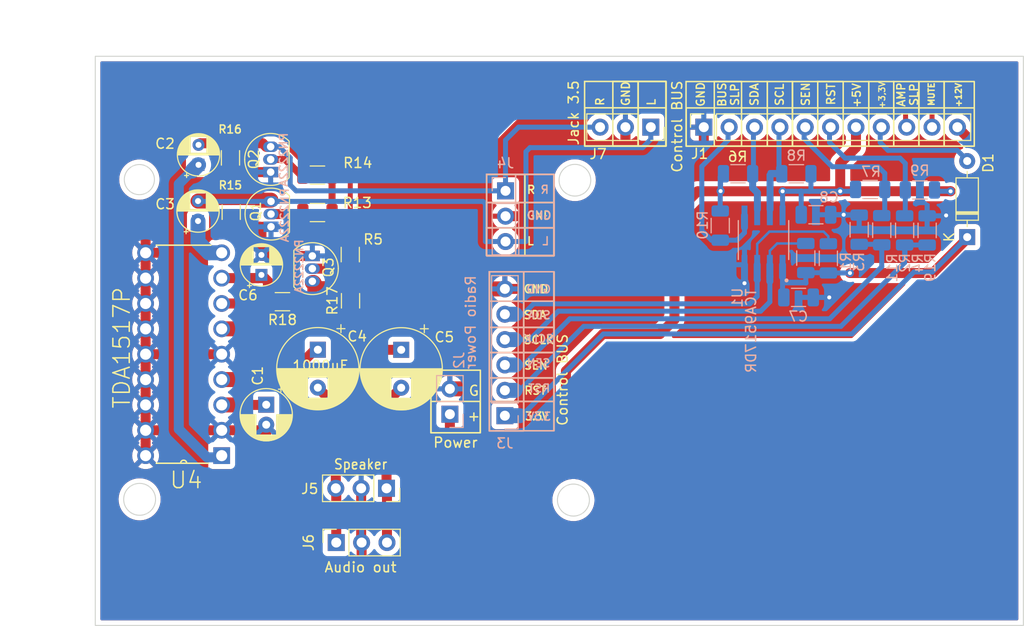
<source format=kicad_pcb>
(kicad_pcb (version 20211014) (generator pcbnew)
  (layers (0 "F.Cu" signal) (31 "B.Cu" signal) (34 "B.Paste" user) (35 "F.Paste" user) (36 "B.SilkS" user "B.Silkscreen") (37 "F.SilkS" user "F.Silkscreen") (38 "B.Mask" user) (39 "F.Mask" user) (44 "Edge.Cuts" user))
  (net 0 "")
  (net 1 "Net-(C1-Pad1)")
  (net 2 "Net-(C5-Pad1)")
  (net 3 "Net-(C4-Pad1)")
  (net 4 "Net-(C2-Pad1)")
  (net 5 "Net-(C5-Pad2)")
  (net 6 "A_SDA")
  (net 7 "A_SCL")
  (net 8 "GND")
  (net 9 "S_SDIO(SDA)")
  (net 10 "S_SCLK(SCL)")
  (net 11 "3.3V")
  (net 12 "A_RST")
  (net 13 "A_SEN")
  (net 14 "S_SEN")
  (net 15 "S_RST")
  (net 16 "Net-(Q1-Pad2)")
  (net 17 "Net-(C4-Pad2)")
  (net 18 "D28")
  (net 19 "Net-(C3-Pad1)")
  (net 20 "Net-(Q3-Pad2)")
  (net 21 "Net-(Q3-Pad3)")
  (net 22 "Sleep")
  (net 23 "Left_Pre")
  (net 24 "Right_Pre")
  (net 25 "Net-(C6-Pad1)")
  (net 26 "Net-(Q2-Pad2)")
  (net 27 "Mute")
  (net 28 "5V")
  (net 29 "Net-(D1-Pad2)")
  (net 30 "12V")
  (footprint "Resistor_SMD:R_1206_3216Metric" (layer "F.Cu") (at 40.4575 41.58 180)
    (fp_text reference "R18")
    (fp_text value "4.7k")
  )
  (footprint "Connector_PinSocket_2.54mm:PinSocket_1x03_P2.54mm_Vertical" (layer "F.Cu") (at 45.845 65.705 90)
    (fp_text reference "J6")
    (fp_text value "Audio out")
  )
  (footprint "Package_TO_SOT_THT:TO-92_Inline" (layer "F.Cu") (at 43.45 36.9976 -90)
    (fp_text reference "Q3")
    (fp_text value "PN2222A")
  )
  (footprint "Resistor_SMD:R_1206_3216Metric" (layer "F.Cu") (at 47.275 41.4875 90)
    (fp_text reference "R17")
    (fp_text value "4.7k")
  )
  (footprint "Connector_PinSocket_2.54mm:PinSocket_1x11_P2.54mm_Vertical" (layer "F.Cu") (at 82.66 24.1 90)
    (fp_text reference "J1")
    (fp_text value "Control BUS")
  )
  (footprint "Connector_PinSocket_2.54mm:PinSocket_1x03_P2.54mm_Vertical" (layer "F.Cu") (at 77.35 24.1 -90)
    (fp_text reference "J7")
    (fp_text value "Jack 3.5")
  )
  (footprint "Diode_THT:D_DO-35_SOD27_P7.62mm_Horizontal" (layer "F.Cu") (at 109.04 35.11 90)
    (fp_text reference "D1")
    (fp_text value "1N914")
  )
  (footprint "Capacitor_THT:CP_Radial_D4.0mm_P2.00mm" (layer "F.Cu") (at 38.35 38.8976 90)
    (fp_text reference "C6")
    (fp_text value "0.2uF")
  )
  (footprint "Capacitor_THT:CP_Radial_D5.0mm_P2.00mm" (layer "F.Cu") (at 38.83 51.9 -90)
    (fp_text reference "C1")
    (fp_text value "100uF")
  )
  (footprint "Capacitor_THT:CP_Radial_D4.0mm_P2.00mm" (layer "F.Cu") (at 32.05 27.8726 90)
    (fp_text reference "C2")
    (fp_text value "0.2uF")
  )
  (footprint "Package_TO_SOT_THT:TO-92_Inline" (layer "F.Cu") (at 39.275 28.6 90)
    (fp_text reference "Q2")
    (fp_text value "PN2222A")
  )
  (footprint "Resistor_SMD:R_1206_3216Metric" (layer "F.Cu") (at 35.25 27.175 -90)
    (fp_text reference "R16")
    (fp_text value "100k")
  )
  (footprint "Capacitor_THT:CP_Radial_D4.0mm_P2.00mm" (layer "F.Cu") (at 32 33.5 90)
    (fp_text reference "C3")
    (fp_text value "0.2uF")
  )
  (footprint "TDA1517:DIP254P762X470-18" (layer "F.Cu") (at 26.75 36.68 180)
    (fp_text reference "U4")
    (fp_text value "TDA1517P")
  )
  (footprint "Capacitor_THT:CP_Radial_D8.0mm_P3.80mm" (layer "F.Cu") (at 52.35 46.4 -90)
    (fp_text reference "C5")
    (fp_text value "1000uF")
  )
  (footprint "Connector_PinSocket_2.54mm:PinSocket_1x03_P2.54mm_Vertical" (layer "F.Cu") (at 50.88 60.27 -90)
    (fp_text reference "J5")
    (fp_text value "Speaker")
  )
  (footprint "Resistor_SMD:R_1206_3216Metric" (layer "F.Cu") (at 43.9625 28.9 180)
    (fp_text reference "R14")
    (fp_text value "4.7k")
  )
  (footprint "Capacitor_THT:CP_Radial_D8.0mm_P3.80mm" (layer "F.Cu") (at 44 46.39 -90)
    (fp_text reference "C4")
    (fp_text value "1000uF")
  )
  (footprint "Resistor_SMD:R_1206_3216Metric" (layer "F.Cu") (at 43.9625 32.65 180)
    (fp_text reference "R13")
    (fp_text value "4.7k")
  )
  (footprint "Package_TO_SOT_THT:TO-92_Inline" (layer "F.Cu") (at 39.31 34.075 90)
    (fp_text reference "Q1")
    (fp_text value "PN2222A")
  )
  (footprint "Resistor_SMD:R_1206_3216Metric" (layer "F.Cu") (at 47.25 36.8601 -90)
    (fp_text reference "R5")
    (fp_text value "4.7k")
  )
  (footprint "Resistor_SMD:R_1206_3216Metric" (layer "F.Cu") (at 35.325 32.6125 -90)
    (fp_text reference "R15")
    (fp_text value "100k")
  )
  (footprint "Resistor_SMD:R_1206_3216Metric" (layer "B.Cu") (at 100.48125 34.42125 -90)
    (fp_text reference "R2")
    (fp_text value "2k")
  )
  (footprint "Resistor_SMD:R_1206_3216Metric" (layer "B.Cu") (at 105.03 34.44 90)
    (fp_text reference "R19")
    (fp_text value "3k")
  )
  (footprint "Capacitor_SMD:C_1206_3216Metric" (layer "B.Cu") (at 93.89 32.87 180)
    (fp_text reference "C8")
    (fp_text value "100nF")
  )
  (footprint "Connector_PinSocket_2.54mm:PinSocket_1x02_P2.54mm_Vertical" (layer "B.Cu") (at 57.225 52.85)
    (fp_text reference "J2")
    (fp_text value "Radio Power")
  )
  (footprint "Capacitor_SMD:C_1206_3216Metric" (layer "B.Cu") (at 92.15 41.15 180)
    (fp_text reference "C7")
    (fp_text value "100nF")
  )
  (footprint "Resistor_SMD:R_1206_3216Metric" (layer "B.Cu") (at 92.875 37.2125 90)
    (fp_text reference "R1")
    (fp_text value "2k")
  )
  (footprint "Resistor_SMD:R_1206_3216Metric" (layer "B.Cu") (at 102.77375 34.4375 -90)
    (fp_text reference "R4")
    (fp_text value "2k")
  )
  (footprint "PCA9517:SOIC127P599X175-8N" (layer "B.Cu") (at 88.64 35.405 90)
    (fp_text reference "U1")
    (fp_text value "TCA9517DR")
  )
  (footprint "Resistor_SMD:R_1206_3216Metric" (layer "B.Cu") (at 84.305 33.9575 -90)
    (fp_text reference "R10")
    (fp_text value "10k")
  )
  (footprint "Resistor_SMD:R_1206_3216Metric" (layer "B.Cu") (at 95.135 37.2375 90)
    (fp_text reference "R3")
    (fp_text value "2k")
  )
  (footprint "Resistor_SMD:R_1206_3216Metric" (layer "B.Cu") (at 104.30325 30.38625 180)
    (fp_text reference "R9")
    (fp_text value "2k")
  )
  (footprint "Connector_PinSocket_2.54mm:PinSocket_1x06_P2.54mm_Vertical" (layer "B.Cu") (at 62.734305 52.998012)
    (fp_text reference "J3")
    (fp_text value "Control BUS")
  )
  (footprint "Resistor_SMD:R_1206_3216Metric" (layer "B.Cu") (at 91.927 28.765 180)
    (fp_text reference "R8")
    (fp_text value "10k")
  )
  (footprint "Resistor_SMD:R_1206_3216Metric" (layer "B.Cu") (at 98.22125 34.36875 90)
    (fp_text reference "R11")
    (fp_text value "3k")
  )
  (footprint "Connector_PinSocket_2.54mm:PinSocket_1x03_P2.54mm_Vertical" (layer "B.Cu") (at 62.8 30.475 180)
    (fp_text reference "J4")
    (fp_text value "Conn_01x03_Male")
  )
  (footprint "Resistor_SMD:R_1206_3216Metric" (layer "B.Cu") (at 86.0895 28.765)
    (fp_text reference "R6")
    (fp_text value "10k")
  )
  (footprint "Resistor_SMD:R_1206_3216Metric" (layer "B.Cu") (at 99.32075 30.33625)
    (fp_text reference "R7")
    (fp_text value "2k")
  )
  (gr_rect (start 67.66 31.65) (end 60.91 34.17) (layer "B.SilkS") (width 0.15) (fill none))
  (gr_rect (start 67.65 38.58) (end 61.18 41.53) (layer "B.SilkS") (width 0.15) (fill none))
  (gr_rect (start 67.65 44.15) (end 61.18 46.68) (layer "B.SilkS") (width 0.15) (fill none))
  (gr_rect (start 67.65 54.51) (end 61.18 38.58) (layer "B.SilkS") (width 0.15) (fill none))
  (gr_rect (start 67.65 41.535) (end 61.18 44.145) (layer "B.SilkS") (width 0.15) (fill none))
  (gr_rect (start 67.65 49.21) (end 61.19 51.57) (layer "B.SilkS") (width 0.15) (fill none))
  (gr_rect (start 63.81 28.84) (end 67.66 36.96) (layer "B.SilkS") (width 0.15) (fill none))
  (gr_rect (start 67.66 34.19) (end 60.9 36.96) (layer "B.SilkS") (width 0.15) (fill none))
  (gr_rect (start 60.91 36.99) (end 67.66 28.82) (layer "B.SilkS") (width 0.15) (fill none))
  (gr_rect (start 64.61 38.595) (end 61.16 54.525) (layer "B.SilkS") (width 0.15) (fill none))
  (gr_rect (start 67.65 46.68) (end 61.18 49.21) (layer "B.SilkS") (width 0.15) (fill none))
  (gr_rect (start 106.73 19.53) (end 104.21 26) (layer "F.SilkS") (width 0.15) (fill none))
  (gr_rect (start 70.72 25.99) (end 78.89 19.52) (layer "F.SilkS") (width 0.15) (fill none))
  (gr_rect (start 86.44 19.53) (end 83.71 26) (layer "F.SilkS") (width 0.15) (fill none))
  (gr_rect (start 78.86 25.99) (end 70.74 22.16) (layer "F.SilkS") (width 0.15) (fill none))
  (gr_rect (start 91.54 19.53) (end 89.02 26) (layer "F.SilkS") (width 0.15) (fill none))
  (gr_rect (start 109.75 26) (end 80.9 22.17) (layer "F.SilkS") (width 0.15) (fill none))
  (gr_rect (start 101.69 19.53) (end 99.18 26) (layer "F.SilkS") (width 0.15) (fill none))
  (gr_rect (start 55.33 54.71) (end 60.28 48.44) (layer "F.SilkS") (width 0.15) (fill none))
  (gr_rect (start 67.65 38.58) (end 61.18 54.51) (layer "F.SilkS") (width 0.15) (fill none))
  (gr_rect (start 60.91 36.96) (end 64.74 28.84) (layer "F.SilkS") (width 0.15) (fill none))
  (gr_rect (start 104.2 19.53) (end 101.68 26) (layer "F.SilkS") (width 0.15) (fill none))
  (gr_rect (start 76.07 19.52) (end 73.55 25.99) (layer "F.SilkS") (width 0.15) (fill none))
  (gr_rect (start 109.75 19.53) (end 106.73 26) (layer "F.SilkS") (width 0.15) (fill none))
  (gr_rect (start 60.26 54.71) (end 55.33 51.57) (layer "F.SilkS") (width 0.15) (fill none))
  (gr_rect (start 67.64 51.57) (end 61.18 49.21) (layer "F.SilkS") (width 0.15) (fill none))
  (gr_rect (start 67.64 34.17) (end 60.91 31.65) (layer "F.SilkS") (width 0.15) (fill none))
  (gr_rect (start 64.63 54.51) (end 61.18 38.58) (layer "F.SilkS") (width 0.15) (fill none))
  (gr_rect (start 67.65 49.21) (end 61.18 46.68) (layer "F.SilkS") (width 0.15) (fill none))
  (gr_rect (start 80.88 26) (end 89.02 19.53) (layer "F.SilkS") (width 0.15) (fill none))
  (gr_rect (start 67.65 36.96) (end 60.9 34.19) (layer "F.SilkS") (width 0.15) (fill none))
  (gr_rect (start 60.91 28.82) (end 67.64 36.99) (layer "F.SilkS") (width 0.15) (fill none))
  (gr_rect (start 78.86 19.52) (end 76.09 26) (layer "F.SilkS") (width 0.15) (fill none))
  (gr_rect (start 67.65 44.145) (end 61.18 41.535) (layer "F.SilkS") (width 0.15) (fill none))
  (gr_rect (start 91.54 26) (end 99.19 19.53) (layer "F.SilkS") (width 0.15) (fill none))
  (gr_rect (start 96.62 19.53) (end 94.07 26) (layer "F.SilkS") (width 0.15) (fill none))
  (gr_rect (start 67.65 46.68) (end 61.18 44.15) (layer "F.SilkS") (width 0.15) (fill none))
  (gr_rect (start 67.65 41.53) (end 61.18 38.58) (layer "F.SilkS") (width 0.15) (fill none))
  (gr_circle (center 26.15 61.375) (end 26.7 62.875) (layer "Edge.Cuts") (width 0.1) (fill none))
  (gr_circle (center 69.75 29.411762) (end 70.5 30.811762) (layer "Edge.Cuts") (width 0.1) (fill none))
  (gr_circle (center 26.125 29.35) (end 26.8 30.7) (layer "Edge.Cuts") (width 0.1) (fill none))
  (gr_circle (center 69.6 61.45) (end 70.225 62.925) (layer "Edge.Cuts") (width 0.1) (fill none))
  (gr_rect (start 114.67 17) (end 21.71 74.005) (layer "Edge.Cuts") (width 0.1) (fill none))
  (gr_text "GND" (at 66.17 32.95) (layer "B.SilkS") (effects (font (size 0.8 0.8)) (justify mirror)))
  (gr_text "3.3V" (at 66.18 53.08) (layer "B.SilkS") (effects (font (size 0.8 0.7)) (justify mirror)))
  (gr_text "R" (at 66.73 30.36) (layer "B.SilkS") (effects (font (size 0.8 0.8)) (justify mirror)))
  (gr_text "SEN" (at 66.11 47.75) (layer "B.SilkS") (effects (font (size 0.8 0.8)) (justify mirror)))
  (gr_text "SCLK" (at 66.11 45.31) (layer "B.SilkS") (effects (font (size 0.8 0.8)) (justify mirror)))
  (gr_text "GND" (at 66.12 40.33) (layer "B.SilkS") (effects (font (size 0.8 0.8)) (justify mirror)))
  (gr_text "L" (at 66.83 35.51) (layer "B.SilkS") (effects (font (size 0.8 0.8)) (justify mirror)))
  (gr_text "SDA" (at 66.18 42.93) (layer "B.SilkS") (effects (font (size 0.8 0.8)) (justify mirror)))
  (gr_text "RST" (at 66.17 50.27) (layer "B.SilkS") (effects (font (size 0.8 0.8)) (justify mirror)))
  (gr_text "BUS\nSLP" (at 85.13 20.84 90) (layer "F.SilkS") (effects (font (size 0.8 0.8))))
  (gr_text "GND" (at 65.86 40.32) (layer "F.SilkS") (effects (font (size 0.8 0.8))))
  (gr_text "AMP\nSLP" (at 103.07 20.84 90) (layer "F.SilkS") (effects (font (size 0.8 0.8))))
  (gr_text "RST" (at 65.78 50.48) (layer "F.SilkS") (effects (font (size 0.8 0.8))))
  (gr_text "SDA" (at 87.72 20.83 90) (layer "F.SilkS") (effects (font (size 0.8 0.8))))
  (gr_text "L" (at 65.3 35.51) (layer "F.SilkS") (effects (font (size 0.8 0.8))))
  (gr_text "+3,3V" (at 100.51 20.89 90) (layer "F.SilkS") (effects (font (size 0.6 0.6) (thickness 0.12))))
  (gr_text "R" (at 72.27 21.54 90) (layer "F.SilkS") (effects (font (size 0.8 0.8))))
  (gr_text "+12V" (at 108.18 20.88 90) (layer "F.SilkS") (effects (font (size 0.6 0.6))))
  (gr_text "GND" (at 66.16 32.94) (layer "F.SilkS") (effects (font (size 0.8 0.8))))
  (gr_text "SCL" (at 90.25 20.84 90) (layer "F.SilkS") (effects (font (size 0.8 0.8))))
  (gr_text "L" (at 77.41 21.6 90) (layer "F.SilkS") (effects (font (size 0.8 0.8))))
  (gr_text "+5V" (at 97.97 20.92 90) (layer "F.SilkS") (effects (font (size 0.8 0.8))))
  (gr_text "SCLK" (at 66.15 45.41) (layer "F.SilkS") (effects (font (size 0.8 0.8))))
  (gr_text "G" (at 59.63 50.5) (layer "F.SilkS") (effects (font (size 1 1))))
  (gr_text "Power" (at 57.79 55.69) (layer "F.SilkS") (effects (font (size 1 1))))
  (gr_text "RST" (at 95.4 20.79 90) (layer "F.SilkS") (effects (font (size 0.8 0.8))))
  (gr_text "SEN" (at 65.84 47.96) (layer "F.SilkS") (effects (font (size 0.8 0.8))))
  (gr_text "+" (at 59.63 53.04) (layer "F.SilkS") (effects (font (size 1 1))))
  (gr_text "SEN" (at 92.86 20.8 90) (layer "F.SilkS") (effects (font (size 0.8 0.8))))
  (gr_text "SDA" (at 65.76 42.91) (layer "F.SilkS") (effects (font (size 0.8 0.8))))
  (gr_text "R" (at 65.36 30.37) (layer "F.SilkS") (effects (font (size 0.8 0.8))))
  (gr_text "GND" (at 82.34 20.81 90) (layer "F.SilkS") (effects (font (size 0.8 0.8))))
  (gr_text "3.3V" (at 65.93 53.06) (layer "F.SilkS") (effects (font (size 0.8 0.7))))
  (gr_text "MUTE" (at 105.46 20.79 90) (layer "F.SilkS") (effects (font (size 0.6 0.6))))
  (gr_text "GND" (at 74.84 20.74 90) (layer "F.SilkS") (effects (font (size 0.8 0.8))))
  (segment (start 35.375 51.92) (end 34.37 51.92) (width 1.5) (layer "F.Cu") (net 1))
  (segment (start 34.37 51.92) (end 38.81 51.92) (width 1) (layer "F.Cu") (net 1))
  (segment (start 38.81 51.92) (end 38.83 51.9) (width 1) (layer "F.Cu") (net 1))
  (segment (start 35.375 51.92) (end 38.81 51.92) (width 0.5) (layer "F.Cu") (net 1))
  (segment (start 35.79 44.3) (end 36.57 44.3) (width 1) (layer "F.Cu") (net 2))
  (segment (start 49.44 46.4) (end 52.35 46.4) (width 1) (layer "F.Cu") (net 2))
  (segment (start 36.83 44.56) (end 47.6 44.56) (width 1) (layer "F.Cu") (net 2))
  (segment (start 34.37 44.3) (end 35.79 44.3) (width 1.5) (layer "F.Cu") (net 2))
  (segment (start 47.6 44.56) (end 49.44 46.4) (width 1) (layer "F.Cu") (net 2))
  (segment (start 36.57 44.3) (end 36.83 44.56) (width 1) (layer "F.Cu") (net 2))
  (segment (start 34.37 49.38) (end 40.73 49.38) (width 0.5) (layer "F.Cu") (net 3))
  (segment (start 35.645 49.38) (end 40.73 49.38) (width 1) (layer "F.Cu") (net 3))
  (segment (start 43.72 46.39) (end 44 46.39) (width 1) (layer "F.Cu") (net 3))
  (segment (start 34.37 49.38) (end 35.645 49.38) (width 1.5) (layer "F.Cu") (net 3))
  (segment (start 40.73 49.38) (end 43.72 46.39) (width 1) (layer "F.Cu") (net 3))
  (segment (start 31.51 28.36) (end 31.9974 27.8726) (width 1.5) (layer "B.Cu") (net 4))
  (segment (start 34.46 57.17) (end 32.9 57.17) (width 1) (layer "B.Cu") (net 4))
  (segment (start 30.075 29.795) (end 31.51 28.36) (width 1) (layer "B.Cu") (net 4))
  (segment (start 32.9 57.17) (end 30.075 54.345) (width 1) (layer "B.Cu") (net 4))
  (segment (start 31.4226 28.5) (end 32.05 27.8726) (width 1.5) (layer "B.Cu") (net 4))
  (segment (start 34.46 57.17) (end 34.46 57.09) (width 0.5) (layer "B.Cu") (net 4))
  (segment (start 30.075 54.345) (end 30.075 29.795) (width 1) (layer "B.Cu") (net 4))
  (segment (start 31.9974 27.8726) (end 32.05 27.8726) (width 1.5) (layer "B.Cu") (net 4))
  (segment (start 50.925 60.315) (end 50.88 60.27) (width 1) (layer "F.Cu") (net 5))
  (segment (start 50.925 65.705) (end 50.925 60.315) (width 1) (layer "F.Cu") (net 5))
  (segment (start 50.88 51.67) (end 52.35 50.2) (width 1) (layer "F.Cu") (net 5))
  (segment (start 50.88 60.27) (end 50.88 51.67) (width 1) (layer "F.Cu") (net 5))
  (segment (start 88.027 32.32) (end 88.027 30.665) (width 0.7) (layer "B.Cu") (net 6))
  (segment (start 87.63 30.268) (end 88.027 30.665) (width 0.5) (layer "B.Cu") (net 6))
  (segment (start 87.552 28.765) (end 87.552 30.19) (width 0.7) (layer "B.Cu") (net 6))
  (segment (start 88.027 30.665) (end 87.752 30.39) (width 0.7) (layer "B.Cu") (net 6))
  (segment (start 87.63 24.16) (end 87.63 30.268) (width 0.5) (layer "B.Cu") (net 6))
  (segment (start 87.552 30.19) (end 87.752 30.39) (width 0.7) (layer "B.Cu") (net 6))
  (segment (start 89.427 28.765) (end 90.4645 28.765) (width 0.7) (layer "B.Cu") (net 7))
  (segment (start 89.297 28.635) (end 89.427 28.765) (width 0.25) (layer "B.Cu") (net 7))
  (segment (start 89.297 28.895) (end 89.427 28.765) (width 0.7) (layer "B.Cu") (net 7))
  (segment (start 89.297 29.17) (end 89.297 28.895) (width 0.7) (layer "B.Cu") (net 7))
  (segment (start 90.192 23.545) (end 90.192 28.4925) (width 0.5) (layer "B.Cu") (net 7))
  (segment (start 89.297 32.32) (end 89.297 29.17) (width 0.7) (layer "B.Cu") (net 7))
  (segment (start 89.297 28.635) (end 90.122 28.635) (width 0.5) (layer "B.Cu") (net 7))
  (segment (start 90.192 28.4925) (end 90.4645 28.765) (width 0.5) (layer "B.Cu") (net 7))
  (segment (start 90.427 28.765) (end 90.4645 28.765) (width 0.25) (layer "B.Cu") (net 7))
  (segment (start 63.855 33.015) (end 62.8 33.015) (width 0.5) (layer "F.Cu") (net 8))
  (segment (start 26.75 36.68) (end 26.75 34) (width 1) (layer "F.Cu") (net 8))
  (segment (start 59.9 47.635) (end 59.9 41.125) (width 1.5) (layer "F.Cu") (net 8))
  (segment (start 38.35 36.8976) (end 38.35 34.27) (width 1) (layer "F.Cu") (net 8))
  (segment (start 48.34 60.27) (end 48.34 65.66) (width 1) (layer "F.Cu") (net 8))
  (segment (start 57.225 50.31) (end 59.26 50.31) (width 1.5) (layer "F.Cu") (net 8))
  (segment (start 59.9 41.125) (end 60.726988 40.298012) (width 1.5) (layer "F.Cu") (net 8))
  (segment (start 31.35 36.68) (end 26.75 36.68) (width 1) (layer "F.Cu") (net 8))
  (segment (start 35.2875 28.6) (end 35.25 28.6375) (width 1) (layer "F.Cu") (net 8))
  (segment (start 48.41 65.68) (end 48.385 65.705) (width 1) (layer "F.Cu") (net 8))
  (segment (start 106.93 32.94) (end 96.74 32.94) (width 1) (layer "F.Cu") (net 8))
  (segment (start 30.56 29.67) (end 34.2175 29.67) (width 1) (layer "F.Cu") (net 8))
  (segment (start 66 33.08) (end 65.935 33.015) (width 1) (layer "F.Cu") (net 8))
  (segment (start 48.385 69.245) (end 48.33 69.3) (width 1) (layer "F.Cu") (net 8))
  (segment (start 62.734305 40.298012) (end 65.031988 40.298012) (width 1) (layer "F.Cu") (net 8))
  (segment (start 34.37 46.84) (end 26.75 46.84) (width 1) (layer "F.Cu") (net 8))
  (segment (start 37.125 34.075) (end 35.325 34.075) (width 1) (layer "F.Cu") (net 8))
  (segment (start 95.225 41.15) (end 87.64 41.15) (width 1) (layer "F.Cu") (net 8))
  (segment (start 60.726988 40.298012) (end 62.734305 40.298012) (width 1.5) (layer "F.Cu") (net 8))
  (segment (start 34.2175 29.67) (end 35.25 28.6375) (width 1) (layer "F.Cu") (net 8))
  (segment (start 96.67 32.87) (end 95.57 32.87) (width 1) (layer "F.Cu") (net 8))
  (segment (start 38.83 65.9) (end 38.83 53.9) (width 1) (layer "F.Cu") (net 8))
  (segment (start 38.45 36.9976) (end 38.35 36.8976) (width 1) (layer "F.Cu") (net 8))
  (segment (start 81.14 27.33) (end 81.485 26.985) (width 1) (layer "F.Cu") (net 8))
  (segment (start 34.41 54.5) (end 34.37 54.46) (width 1.5) (layer "F.Cu") (net 8))
  (segment (start 74.81 32.19) (end 74.545 32.455) (width 0.5) (layer "F.Cu") (net 8))
  (segment (start 65.935 33.015) (end 63.855 33.015) (width 0.5) (layer "F.Cu") (net 8))
  (segment (start 39.31 34.075) (end 38.155 34.075) (width 1) (layer "F.Cu") (net 8))
  (segment (start 38.155 34.075) (end 37.125 34.075) (width 1) (layer "F.Cu") (net 8))
  (segment (start 37.125 34.075) (end 33.955 34.075) (width 1) (layer "F.Cu") (net 8))
  (segment (start 74.81 26.28) (end 74.81 32.19) (width 0.5) (layer "F.Cu") (net 8))
  (segment (start 34.93 53.9) (end 34.37 54.46) (width 0.5) (layer "F.Cu") (net 8))
  (segment (start 39.275 28.6) (end 35.2875 28.6) (width 1) (layer "F.Cu") (net 8))
  (segment (start 87.64 41.15) (end 86.735 40.245) (width 1) (layer "F.Cu") (net 8))
  (segment (start 73.985 33.015) (end 65.935 33.015) (width 0.5) (layer "F.Cu") (net 8))
  (segment (start 33.955 34.075) (end 31.35 36.68) (width 1) (layer "F.Cu") (net 8))
  (segment (start 42.23 69.3) (end 38.83 65.9) (width 1) (layer "F.Cu") (net 8))
  (segment (start 74.81 32.19) (end 73.985 33.015) (width 1) (layer "F.Cu") (net 8))
  (segment (start 82.66 25.81) (end 81.485 26.985) (width 0.5) (layer "F.Cu") (net 8))
  (segment (start 82.66 25.81) (end 81.14 27.33) (width 1) (layer "F.Cu") (net 8))
  (segment (start 34.37 54.46) (end 26.75 54.46) (width 1) (layer "F.Cu") (net 8))
  (segment (start 63.685 33.015) (end 62.8 33.015) (width 0.5) (layer "F.Cu") (net 8))
  (segment (start 74.81 24.1) (end 74.81 26.28) (width 1) (layer "F.Cu") (net 8))
  (segment (start 26.75 57) (end 26.75 36.68) (width 1) (layer "F.Cu") (net 8))
  (segment (start 59.9 49.95) (end 59.9 47.635) (width 1.5) (layer "F.Cu") (net 8))
  (segment (start 66 37.86) (end 66 33.08) (width 1) (layer "F.Cu") (net 8))
  (segment (start 62.8 33.015) (end 73.985 33.015) (width 1) (layer "F.Cu") (net 8))
  (segment (start 26.75 33.48) (end 30.56 29.67) (width 1) (layer "F.Cu") (net 8))
  (segment (start 26.75 34) (end 26.75 33.48) (width 1) (layer "F.Cu") (net 8))
  (segment (start 66 35.33) (end 65.76 35.09) (width 0.5) (layer "F.Cu") (net 8))
  (segment (start 74.81 24.1) (end 74.81 32.19) (width 1) (layer "F.Cu") (net 8))
  (segment (start 34.37 54.46) (end 38.27 54.46) (width 1) (layer "F.Cu") (net 8))
  (segment (start 74.81 26.28) (end 75.86 27.33) (width 1) (layer "F.Cu") (net 8))
  (segment (start 95.225 33.215) (end 95.225 41.15) (width 1) (layer "F.Cu") (net 8))
  (segment (start 82.66 24.1) (end 82.66 25.81) (width 1) (layer "F.Cu") (net 8))
  (segment (start 48.33 69.3) (end 42.23 69.3) (width 1) (layer "F.Cu") (net 8))
  (segment (start 86.735 40.245) (end 86.735 39.73) (width 1) (layer "F.Cu") (net 8))
  (segment (start 48.34 65.66) (end 48.385 65.705) (width 1) (layer "F.Cu") (net 8))
  (segment (start 59.26 50.31) (end 59.54 50.31) (width 1.5) (layer "F.Cu") (net 8))
  (segment (start 73.985 33.015) (end 74.545 32.455) (width 1) (layer "F.Cu") (net 8))
  (segment (start 66 39.33) (end 66 37.86) (width 1) (layer "F.Cu") (net 8))
  (segment (start 48.385 65.705) (end 48.385 69.245) (width 1) (layer "F.Cu") (net 8))
  (segment (start 59.54 50.31) (end 59.9 49.95) (width 1.5) (layer "F.Cu") (net 8))
  (segment (start 65.031988 40.298012) (end 66 39.33) (width 1) (layer "F.Cu") (net 8))
  (segment (start 43.45 36.9976) (end 38.45 36.9976) (width 1) (layer "F.Cu") (net 8))
  (segment (start 38.27 54.46) (end 38.83 53.9) (width 1) (layer "F.Cu") (net 8))
  (segment (start 38.35 34.27) (end 38.155 34.075) (width 1) (layer "F.Cu") (net 8))
  (segment (start 66 37.86) (end 66 35.33) (width 1) (layer "F.Cu") (net 8))
  (segment (start 96.74 32.94) (end 96.67 32.87) (width 1) (layer "F.Cu") (net 8))
  (segment (start 95.57 32.87) (end 95.225 33.215) (width 1) (layer "F.Cu") (net 8))
  (segment (start 75.86 27.33) (end 81.14 27.33) (width 1) (layer "F.Cu") (net 8))
  (via (at 86.735 39.73) (size 0.8) (drill 0.4) (layers "F.Cu" "B.Cu") (net 8))
  (via (at 106.93 32.94) (size 0.8) (drill 0.4) (layers "F.Cu" "B.Cu") (net 8))
  (via (at 95.225 41.15) (size 0.8) (drill 0.4) (layers "F.Cu" "B.Cu") (net 8))
  (via (at 96.67 32.87) (size 0.8) (drill 0.4) (layers "F.Cu" "B.Cu") (net 8))
  (segment (start 62.815 33.03) (end 62.8 33.015) (width 0.5) (layer "B.Cu") (net 8))
  (segment (start 105.02625 32.94875) (end 106.92125 32.94875) (width 0.25) (layer "B.Cu") (net 8))
  (segment (start 95.245 41.17) (end 95.225 41.15) (width 0.25) (layer "B.Cu") (net 8))
  (segment (start 106.92125 32.94875) (end 106.93 32.94) (width 0.25) (layer "B.Cu") (net 8))
  (segment (start 86.735 39.73) (end 86.735 37.875) (width 0.7) (layer "B.Cu") (net 8))
  (segment (start 96.34375 32.90625) (end 98.22125 32.90625) (width 0.25) (layer "B.Cu") (net 8))
  (segment (start 96.67 32.87) (end 98.185 32.87) (width 0.5) (layer "B.Cu") (net 8))
  (segment (start 98.185 32.87) (end 98.22125 32.90625) (width 0.5) (layer "B.Cu") (net 8))
  (segment (start 86.745 39.74) (end 86.735 39.73) (width 0.7) (layer "B.Cu") (net 8))
  (segment (start 93.625 41.15) (end 95.225 41.15) (width 0.5) (layer "B.Cu") (net 8))
  (segment (start 95.365 32.87) (end 96.67 32.87) (width 0.5) (layer "B.Cu") (net 8))
  (segment (start 88.005 37.875) (end 88.005 39.37) (width 0.7) (layer "B.Cu") (net 9))
  (segment (start 64.528012 42.838012) (end 63.788012 42.838012) (width 0.25) (layer "B.Cu") (net 9))
  (segment (start 89.235 34.56) (end 88.005 35.79) (width 0.25) (layer "B.Cu") (net 9))
  (segment (start 87.26 41.79) (end 88.005 41.045) (width 0.5) (layer "B.Cu") (net 9))
  (segment (start 88.005 41.045) (end 88.005 37.875) (width 0.5) (layer "B.Cu") (net 9))
  (segment (start 65.62 41.79) (end 87.26 41.79) (width 0.5) (layer "B.Cu") (net 9))
  (segment (start 64.55 42.86) (end 65.62 41.79) (width 0.5) (layer "B.Cu") (net 9))
  (segment (start 95.135 35.04) (end 94.655 34.56) (width 0.25) (layer "B.Cu") (net 9))
  (segment (start 64.55 42.86) (end 64.528012 42.838012) (width 0.25) (layer "B.Cu") (net 9))
  (segment (start 95.135 35.775) (end 95.135 35.04) (width 0.25) (layer "B.Cu") (net 9))
  (segment (start 88.005 35.79) (end 88.005 37.875) (width 0.25) (layer "B.Cu") (net 9))
  (segment (start 88.005 39.37) (end 88.015 39.38) (width 0.7) (layer "B.Cu") (net 9))
  (segment (start 62.734305 42.838012) (end 63.788012 42.838012) (width 1.5) (layer "B.Cu") (net 9))
  (segment (start 94.655 34.56) (end 89.235 34.56) (width 0.25) (layer "B.Cu") (net 9))
  (segment (start 89.275 39.055) (end 89.275 41.605) (width 0.5) (layer "B.Cu") (net 10))
  (segment (start 89.275 37.875) (end 89.275 39.055) (width 0.7) (layer "B.Cu") (net 10))
  (segment (start 89.275 41.605) (end 89.275 39.55) (width 0.25) (layer "B.Cu") (net 10))
  (segment (start 89.275 41.605) (end 88.35 42.53) (width 0.5) (layer "B.Cu") (net 10))
  (segment (start 90.005 35.75) (end 92.875 35.75) (width 0.25) (layer "B.Cu") (net 10))
  (segment (start 89.275 36.48) (end 90.005 35.75) (width 0.25) (layer "B.Cu") (net 10))
  (segment (start 89.275 39.055) (end 89.275 39.55) (width 0.7) (layer "B.Cu") (net 10))
  (segment (start 65.231988 45.378012) (end 63.741988 45.378012) (width 0.5) (layer "B.Cu") (net 10))
  (segment (start 89.275 37.875) (end 89.275 36.48) (width 0.25) (layer "B.Cu") (net 10))
  (segment (start 88.35 42.53) (end 68.08 42.53) (width 0.5) (layer "B.Cu") (net 10))
  (segment (start 68.08 42.53) (end 65.231988 45.378012) (width 0.5) (layer "B.Cu") (net 10))
  (segment (start 62.734305 45.378012) (end 63.741988 45.378012) (width 1.5) (layer "B.Cu") (net 10))
  (segment (start 109.04 35.11) (end 109.04 35.26) (width 1) (layer "F.Cu") (net 11))
  (segment (start 105.59 38.71) (end 97.3 38.71) (width 1) (layer "F.Cu") (net 11))
  (segment (start 109.04 35.26) (end 105.59 38.71) (width 1) (layer "F.Cu") (net 11))
  (via (at 97.3 38.71) (size 0.8) (drill 0.4) (layers "F.Cu" "B.Cu") (net 11))
  (segment (start 64.411988 52.998012) (end 62.734305 52.998012) (width 0.5) (layer "B.Cu") (net 11))
  (segment (start 90.545 37.875) (end 90.545 39.12) (width 0.7) (layer "B.Cu") (net 11))
  (segment (start 97.5 44.81) (end 72.6 44.81) (width 0.5) (layer "B.Cu") (net 11))
  (segment (start 92.82 39.635) (end 92.895 39.71) (width 0.5) (layer "B.Cu") (net 11))
  (segment (start 90.545 39.12) (end 90.545 39.62) (width 0.25) (layer "B.Cu") (net 11))
  (segment (start 90.545 39.635) (end 90.545 41.02) (width 0.25) (layer "B.Cu") (net 11))
  (segment (start 92.875 39.69) (end 92.895 39.71) (width 0.5) (layer "B.Cu") (net 11))
  (segment (start 90.545 39.62) (end 90.635 39.71) (width 0.25) (layer "B.Cu") (net 11))
  (segment (start 64.226988 52.998012) (end 62.734305 52.998012) (width 1.5) (layer "B.Cu") (net 11))
  (segment (start 95.135 38.7) (end 97.29 38.7) (width 0.5) (layer "B.Cu") (net 11))
  (segment (start 92.875 39.69) (end 90.6 39.69) (width 0.5) (layer "B.Cu") (net 11))
  (segment (start 72.6 44.81) (end 64.411988 52.998012) (width 0.5) (layer "B.Cu") (net 11))
  (segment (start 90.545 39.12) (end 90.545 39.635) (width 0.25) (layer "B.Cu") (net 11))
  (segment (start 97.29 38.7) (end 97.3 38.71) (width 0.5) (layer "B.Cu") (net 11))
  (segment (start 92.875 38.675) (end 92.875 39.69) (width 0.5) (layer "B.Cu") (net 11))
  (segment (start 109.04 35.11) (end 105.55 38.6) (width 0.5) (layer "B.Cu") (net 11))
  (segment (start 92.875 38.675) (end 95.11 38.675) (width 0.5) (layer "B.Cu") (net 11))
  (segment (start 90.545 39.635) (end 92.82 39.635) (width 0.5) (layer "B.Cu") (net 11))
  (segment (start 103.71 38.6) (end 97.5 44.81) (width 0.5) (layer "B.Cu") (net 11))
  (segment (start 90.545 37.875) (end 90.545 41.02) (width 0.5) (layer "B.Cu") (net 11))
  (segment (start 90.635 39.71) (end 92.895 39.71) (width 0.25) (layer "B.Cu") (net 11))
  (segment (start 105.55 38.6) (end 103.71 38.6) (width 0.5) (layer "B.Cu") (net 11))
  (segment (start 90.545 41.02) (end 90.675 41.15) (width 0.5) (layer "B.Cu") (net 11))
  (segment (start 95.11 38.675) (end 95.135 38.7) (width 0.5) (layer "B.Cu") (net 11))
  (segment (start 90.6 39.69) (end 90.545 39.635) (width 0.5) (layer "B.Cu") (net 11))
  (segment (start 102.84075 30.38625) (end 102.84075 27.73375) (width 0.5) (layer "B.Cu") (net 12))
  (segment (start 102.84075 27.73375) (end 102.307 27.2) (width 0.5) (layer "B.Cu") (net 12))
  (segment (start 102.84075 32.908) (end 102.77375 32.975) (width 0.5) (layer "B.Cu") (net 12))
  (segment (start 102.84075 30.38625) (end 102.84075 32.908) (width 0.5) (layer "B.Cu") (net 12))
  (segment (start 95.25 24.16) (end 95.25 25.63) (width 0.5) (layer "B.Cu") (net 12))
  (segment (start 97.79 27.2) (end 97.147 27.2) (width 0.5) (layer "B.Cu") (net 12))
  (segment (start 102.307 27.2) (end 97.79 27.2) (width 0.5) (layer "B.Cu") (net 12))
  (segment (start 97.79 27.2) (end 96.82 27.2) (width 0.5) (layer "B.Cu") (net 12))
  (segment (start 102.81875 32.93) (end 102.77375 32.975) (width 0.25) (layer "B.Cu") (net 12))
  (segment (start 102.84075 30.38625) (end 102.84075 32.315) (width 0.25) (layer "B.Cu") (net 12))
  (segment (start 96.82 27.2) (end 95.25 25.63) (width 0.5) (layer "B.Cu") (net 12))
  (segment (start 100.76125 32.67875) (end 100.48125 32.95875) (width 0.25) (layer "B.Cu") (net 13))
  (segment (start 100.78325 30.33625) (end 100.78325 32.65675) (width 0.5) (layer "B.Cu") (net 13))
  (segment (start 100.78325 28.71625) (end 100.78325 30.33625) (width 0.5) (layer "B.Cu") (net 13))
  (segment (start 100.78325 32.65675) (end 100.48125 32.95875) (width 0.5) (layer "B.Cu") (net 13))
  (segment (start 100.127 28.06) (end 100.78325 28.71625) (width 0.5) (layer "B.Cu") (net 13))
  (segment (start 92.71 25.25) (end 95.52 28.06) (width 0.5) (layer "B.Cu") (net 13))
  (segment (start 95.52 28.06) (end 100.127 28.06) (width 0.5) (layer "B.Cu") (net 13))
  (segment (start 92.71 24.16) (end 92.71 25.25) (width 0.5) (layer "B.Cu") (net 13))
  (segment (start 100.48125 38.07875) (end 100.48125 35.88375) (width 0.5) (layer "B.Cu") (net 14))
  (segment (start 95.27 43.29) (end 100.48125 38.07875) (width 0.5) (layer "B.Cu") (net 14))
  (segment (start 62.734305 47.918012) (end 63.791988 47.918012) (width 1.5) (layer "B.Cu") (net 14))
  (segment (start 62.734305 47.918012) (end 64.611988 47.918012) (width 0.5) (layer "B.Cu") (net 14))
  (segment (start 100.42875 35.83125) (end 100.48125 35.88375) (width 0.5) (layer "B.Cu") (net 14))
  (segment (start 98.22125 35.83125) (end 100.42875 35.83125) (width 0.5) (layer "B.Cu") (net 14))
  (segment (start 69.24 43.29) (end 95.27 43.29) (width 0.5) (layer "B.Cu") (net 14))
  (segment (start 64.611988 47.918012) (end 69.24 43.29) (width 0.5) (layer "B.Cu") (net 14))
  (segment (start 96.39 44.05) (end 102.77375 37.66625) (width 0.5) (layer "B.Cu") (net 15))
  (segment (start 102.93625 37.3525) (end 102.93625 35.87375) (width 0.25) (layer "B.Cu") (net 15))
  (segment (start 62.734305 50.458012) (end 63.761988 50.458012) (width 1.5) (layer "B.Cu") (net 15))
  (segment (start 105 35.9) (end 105.02625 35.87375) (width 0.5) (layer "B.Cu") (net 15))
  (segment (start 102.77375 37.66625) (end 102.77375 35.9) (width 0.5) (layer "B.Cu") (net 15))
  (segment (start 64.221988 50.458012) (end 70.63 44.05) (width 0.5) (layer "B.Cu") (net 15))
  (segment (start 70.63 44.05) (end 96.39 44.05) (width 0.5) (layer "B.Cu") (net 15))
  (segment (start 102.77375 35.9) (end 105 35.9) (width 0.5) (layer "B.Cu") (net 15))
  (segment (start 42.345 32.805) (end 42.5 32.65) (width 1) (layer "F.Cu") (net 16))
  (segment (start 39.31 32.805) (end 42.345 32.805) (width 1) (layer "F.Cu") (net 16))
  (segment (start 45.845 60.315) (end 45.8 60.27) (width 1) (layer "F.Cu") (net 17))
  (segment (start 45.845 65.705) (end 45.845 60.315) (width 1) (layer "F.Cu") (net 17))
  (segment (start 45.8 60.27) (end 45.8 51.99) (width 1) (layer "F.Cu") (net 17))
  (segment (start 45.8 51.99) (end 44 50.19) (width 1) (layer "F.Cu") (net 17))
  (segment (start 86.735 34.67) (end 85.985 35.42) (width 0.5) (layer "B.Cu") (net 18))
  (segment (start 85.09 25.4) (end 82.46 28.03) (width 0.5) (layer "B.Cu") (net 18))
  (segment (start 82.46 34.45) (end 83.43 35.42) (width 0.5) (layer "B.Cu") (net 18))
  (segment (start 86.735 32.935) (end 86.735 34.67) (width 0.5) (layer "B.Cu") (net 18))
  (segment (start 83.43 35.42) (end 84.305 35.42) (width 0.5) (layer "B.Cu") (net 18))
  (segment (start 86.735 32.935) (end 86.735 34.15) (width 0.7) (layer "B.Cu") (net 18))
  (segment (start 82.46 28.03) (end 82.46 34.45) (width 0.5) (layer "B.Cu") (net 18))
  (segment (start 85.09 24.16) (end 85.09 25.4) (width 0.5) (layer "B.Cu") (net 18))
  (segment (start 85.985 35.42) (end 84.305 35.42) (width 0.5) (layer "B.Cu") (net 18))
  (segment (start 32 35.6) (end 32.3125 35.9125) (width 1.5) (layer "B.Cu") (net 19))
  (segment (start 33.08 36.68) (end 32.3125 35.9125) (width 1.5) (layer "B.Cu") (net 19))
  (segment (start 32 33.5) (end 32 35.6) (width 1.5) (layer "B.Cu") (net 19))
  (segment (start 34.37 36.68) (end 33.08 36.68) (width 1.5) (layer "B.Cu") (net 19))
  (segment (start 43.45 38.2676) (end 47.195 38.2676) (width 1) (layer "F.Cu") (net 20))
  (segment (start 47.195 38.2676) (end 47.25 38.3226) (width 1) (layer "F.Cu") (net 20))
  (segment (start 47.275 40.025) (end 43.9374 40.025) (width 1) (layer "F.Cu") (net 21))
  (segment (start 43.65 39.7376) (end 43.574521 39.662121) (width 1.5) (layer "F.Cu") (net 21))
  (segment (start 42.9 41.58) (end 43.45 41.03) (width 1) (layer "F.Cu") (net 21))
  (segment (start 43.45 39.5376) (end 43.45 41.03) (width 1) (layer "F.Cu") (net 21))
  (segment (start 43.574521 39.662121) (end 43.45 39.662121) (width 1.5) (layer "F.Cu") (net 21))
  (segment (start 41.92 41.58) (end 42.9 41.58) (width 1) (layer "F.Cu") (net 21))
  (segment (start 43.45 39.5376) (end 43.9374 40.025) (width 0.7) (layer "F.Cu") (net 21))
  (segment (start 47.25 35.3976) (end 47.25 28.77) (width 0.5) (layer "F.Cu") (net 22))
  (segment (start 47.225 32.5) (end 47.225 35.3726) (width 0.25) (layer "F.Cu") (net 22))
  (segment (start 59.36 26.86) (end 64.11 22.11) (width 0.5) (layer "F.Cu") (net 22))
  (segment (start 47.225 32.75) (end 47.225 32.5) (width 0.25) (layer "F.Cu") (net 22))
  (segment (start 49.16 26.86) (end 59.36 26.86) (width 0.5) (layer "F.Cu") (net 22))
  (segment (start 47.25 28.77) (end 49.16 26.86) (width 0.5) (layer "F.Cu") (net 22))
  (segment (start 47.225 35.3726) (end 47.25 35.3976) (width 0.25) (layer "F.Cu") (net 22))
  (segment (start 102.25 22.11) (end 102.87 22.73) (width 0.5) (layer "F.Cu") (net 22))
  (segment (start 64.11 22.11) (end 102.25 22.11) (width 0.5) (layer "F.Cu") (net 22))
  (segment (start 102.87 22.73) (end 102.87 24.16) (width 0.5) (layer "F.Cu") (net 22))
  (segment (start 33 31.5) (end 33.35 31.15) (width 1.5) (layer "F.Cu") (net 23))
  (segment (start 38.025 31.15) (end 38.285479 31.410479) (width 1.5) (layer "F.Cu") (net 23))
  (segment (start 37.125 31.15) (end 38.025 31.15) (width 1.5) (layer "F.Cu") (net 23))
  (segment (start 32 31.5) (end 33 31.5) (width 1.5) (layer "F.Cu") (net 23))
  (segment (start 33.35 31.15) (end 35.325 31.15) (width 1.5) (layer "F.Cu") (net 23))
  (segment (start 38.285479 31.410479) (end 39.31 31.410479) (width 1.5) (layer "F.Cu") (net 23))
  (segment (start 35.325 31.15) (end 37.125 31.15) (width 1.5) (layer "F.Cu") (net 23))
  (segment (start 60.545 31.535) (end 60.785 31.775) (width 0.5) (layer "B.Cu") (net 23))
  (segment (start 76.53 26.15) (end 77.35 25.33) (width 0.5) (layer "B.Cu") (net 23))
  (segment (start 64.845 26.555) (end 65.25 26.15) (width 0.5) (layer "B.Cu") (net 23))
  (segment (start 39.31 31.535) (end 32.035 31.535) (width 0.5) (layer "B.Cu") (net 23))
  (segment (start 62.8 35.555) (end 60.785 35.555) (width 0.5) (layer "B.Cu") (net 23))
  (segment (start 60.785 31.775) (end 60.785 35.555) (width 0.5) (layer "B.Cu") (net 23))
  (segment (start 32.035 31.535) (end 32 31.5) (width 0.5) (layer "B.Cu") (net 23))
  (segment (start 39.31 31.535) (end 60.545 31.535) (width 0.5) (layer "B.Cu") (net 23))
  (segment (start 64.845 35.555) (end 64.845 26.555) (width 0.5) (layer "B.Cu") (net 23))
  (segment (start 62.8 35.555) (end 64.845 35.555) (width 0.5) (layer "B.Cu") (net 23))
  (segment (start 77.35 25.33) (end 77.35 24.1) (width 0.5) (layer "B.Cu") (net 23))
  (segment (start 65.25 26.15) (end 76.53 26.15) (width 0.5) (layer "B.Cu") (net 23))
  (segment (start 35.25 25.7125) (end 38.4725 25.7125) (width 1) (layer "F.Cu") (net 24))
  (segment (start 39.275 26.06) (end 38.82 26.06) (width 1) (layer "F.Cu") (net 24))
  (segment (start 35.25 25.7125) (end 32.2101 25.7125) (width 1) (layer "F.Cu") (net 24))
  (segment (start 38.82 26.06) (end 38.4725 25.7125) (width 1) (layer "F.Cu") (net 24))
  (segment (start 32.2101 25.7125) (end 32.05 25.8726) (width 1) (layer "F.Cu") (net 24))
  (segment (start 41.235 29.895) (end 41.235 27.165) (width 0.5) (layer "B.Cu") (net 24))
  (segment (start 64.1 24.1) (end 72.27 24.1) (width 0.5) (layer "B.Cu") (net 24))
  (segment (start 41.235 27.165) (end 40.13 26.06) (width 0.5) (layer "B.Cu") (net 24))
  (segment (start 62.8 30.475) (end 41.815 30.475) (width 0.5) (layer "B.Cu") (net 24))
  (segment (start 41.815 30.475) (end 41.235 29.895) (width 0.5) (layer "B.Cu") (net 24))
  (segment (start 62.8 25.4) (end 64.1 24.1) (width 0.5) (layer "B.Cu") (net 24))
  (segment (start 62.8 30.475) (end 62.8 25.4) (width 0.5) (layer "B.Cu") (net 24))
  (segment (start 40.13 26.06) (end 39.275 26.06) (width 0.5) (layer "B.Cu") (net 24))
  (segment (start 38.9125 39.4601) (end 38.35 38.8976) (width 0.7) (layer "F.Cu") (net 25))
  (segment (start 38.9 41.1125) (end 38.9 39.4726) (width 0.7) (layer "F.Cu") (net 25))
  (segment (start 34.37 39.22) (end 36.32 39.22) (width 1) (layer "F.Cu") (net 25))
  (segment (start 38.6724 39.22) (end 38.995 39.5426) (width 1) (layer "F.Cu") (net 25))
  (segment (start 38.0276 39.22) (end 38.35 38.8976) (width 1) (layer "F.Cu") (net 25))
  (segment (start 38.995 39.5426) (end 38.35 38.8976) (width 1) (layer "F.Cu") (net 25))
  (segment (start 38.9125 41.125) (end 38.9 41.1125) (width 0.7) (layer "F.Cu") (net 25))
  (segment (start 38.9 39.4726) (end 38.9125 39.4601) (width 0.7) (layer "F.Cu") (net 25))
  (segment (start 36.32 39.22) (end 38.6724 39.22) (width 1) (layer "F.Cu") (net 25))
  (segment (start 38.995 41.58) (end 38.995 39.5426) (width 1) (layer "F.Cu") (net 25))
  (segment (start 36.32 39.22) (end 38.0276 39.22) (width 1) (layer "F.Cu") (net 25))
  (segment (start 39.275 27.33) (end 40.72 27.33) (width 0.7) (layer "F.Cu") (net 26))
  (segment (start 42.5 28.9) (end 42.29 28.9) (width 0.7) (layer "F.Cu") (net 26))
  (segment (start 42.29 28.9) (end 40.72 27.33) (width 0.7) (layer "F.Cu") (net 26))
  (segment (start 63.45 21.16) (end 64.03 21.16) (width 0.5) (layer "F.Cu") (net 27))
  (segment (start 58.78 25.83) (end 63.45 21.16) (width 0.5) (layer "F.Cu") (net 27))
  (segment (start 48.495 25.83) (end 58.78 25.83) (width 0.5) (layer "F.Cu") (net 27))
  (segment (start 45.425 28.9) (end 48.495 25.83) (width 0.5) (layer "F.Cu") (net 27))
  (segment (start 105.34 21.54) (end 104.96 21.16) (width 0.5) (layer "F.Cu") (net 27))
  (segment (start 105.52 24.05) (end 105.52 21.72) (width 0.5) (layer "F.Cu") (net 27))
  (segment (start 45.425 28.2) (end 45.425 32.65) (width 0.2) (layer "F.Cu") (net 27))
  (segment (start 45.425 32.65) (end 45.425 28.9) (width 0.7) (layer "F.Cu") (net 27))
  (segment (start 105.52 21.72) (end 105.41 21.61) (width 0.5) (layer "F.Cu") (net 27))
  (segment (start 64.03 21.16) (end 104.96 21.16) (width 0.5) (layer "F.Cu") (net 27))
  (segment (start 79.72 43.37) (end 79.72 32.85) (width 1) (layer "F.Cu") (net 28))
  (segment (start 78.275 44.815) (end 79.72 43.37) (width 1) (layer "F.Cu") (net 28))
  (segment (start 86.16 30.52) (end 82.05 30.52) (width 0.5) (layer "F.Cu") (net 28))
  (segment (start 84.362 30.52) (end 84.342 30.5) (width 0.5) (layer "F.Cu") (net 28))
  (segment (start 90.552 30.52) (end 96.317 30.52) (width 1) (layer "F.Cu") (net 28))
  (segment (start 68.85 51.56) (end 68.85 48.52) (width 1) (layer "F.Cu") (net 28))
  (segment (start 96.317 30.52) (end 96.322 30.515) (width 1) (layer "F.Cu") (net 28))
  (segment (start 96.322 30.515) (end 107.375 30.515) (width 1) (layer "F.Cu") (net 28))
  (segment (start 96.322 27.715) (end 96.322 30.515) (width 1) (layer "F.Cu") (net 28))
  (segment (start 58.52 56.52) (end 63.89 56.52) (width 1) (layer "F.Cu") (net 28))
  (segment (start 79.72 32.85) (end 82.05 30.52) (width 1) (layer "F.Cu") (net 28))
  (segment (start 63.89 56.52) (end 68.85 51.56) (width 1) (layer "F.Cu") (net 28))
  (segment (start 57.225 55.225) (end 58.52 56.52) (width 1) (layer "F.Cu") (net 28))
  (segment (start 97.812 26.225) (end 97.5485 26.4885) (width 0.5) (layer "F.Cu") (net 28))
  (segment (start 85.617 30.485) (end 84.397 30.485) (width 0.25) (layer "F.Cu") (net 28))
  (segment (start 82.05 30.52) (end 90.552 30.52) (width 1) (layer "F.Cu") (net 28))
  (segment (start 107.375 30.515) (end 107.38 30.52) (width 1) (layer "F.Cu") (net 28))
  (segment (start 90.552 30.52) (end 86.16 30.52) (width 0.5) (layer "F.Cu") (net 28))
  (segment (start 68.85 48.52) (end 72.555 44.815) (width 1) (layer "F.Cu") (net 28))
  (segment (start 72.555 44.815) (end 78.275 44.815) (width 1) (layer "F.Cu") (net 28))
  (segment (start 86.16 30.52) (end 84.362 30.52) (width 0.5) (layer "F.Cu") (net 28))
  (segment (start 97.79 26.247) (end 97.5485 26.4885) (width 0.5) (layer "F.Cu") (net 28))
  (segment (start 97.5485 26.4885) (end 96.322 27.715) (width 0.5) (layer "F.Cu") (net 28))
  (segment (start 97.9 26.137) (end 96.322 27.715) (width 1) (layer "F.Cu") (net 28))
  (segment (start 97.9 24.1) (end 97.9 26.137) (width 1) (layer "F.Cu") (net 28))
  (segment (start 57.225 52.85) (end 57.225 55.225) (width 1) (layer "F.Cu") (net 28))
  (segment (start 97.79 24.16) (end 97.79 26.247) (width 0.5) (layer "F.Cu") (net 28))
  (via (at 90.552 30.52) (size 0.8) (drill 0.4) (layers "F.Cu" "B.Cu") (net 28))
  (via (at 84.342 30.5) (size 0.8) (drill 0.4) (layers "F.Cu" "B.Cu") (net 28))
  (via (at 107.38 30.52) (size 0.8) (drill 0.4) (layers "F.Cu" "B.Cu") (net 28))
  (via (at 96.322 30.515) (size 0.8) (drill 0.4) (layers "F.Cu" "B.Cu") (net 28))
  (segment (start 92.437 32.255) (end 92.437 30.505) (width 0.25) (layer "B.Cu") (net 28))
  (segment (start 93.232 30.52) (end 97.6745 30.52) (width 0.5) (layer "B.Cu") (net 28))
  (segment (start 84.377 30.465) (end 84.342 30.5) (width 0.7) (layer "B.Cu") (net 28))
  (segment (start 90.552 32.928) (end 90.545 32.935) (width 0.5) (layer "B.Cu") (net 28))
  (segment (start 107.38 30.52) (end 105.8995 30.52) (width 0.5) (layer "B.Cu") (net 28))
  (segment (start 84.342 29.05) (end 84.627 28.765) (width 0.5) (layer "B.Cu") (net 28))
  (segment (start 93.3895 30.3625) (end 93.232 30.52) (width 0.5) (layer "B.Cu") (net 28))
  (segment (start 92.415 32.87) (end 92.415 30.483) (width 0.5) (layer "B.Cu") (net 28))
  (segment (start 105.8995 30.52) (end 105.76575 30.38625) (width 0.5) (layer "B.Cu") (net 28))
  (segment (start 84.305 29.087) (end 84.627 28.765) (width 0.5) (layer "B.Cu") (net 28))
  (segment (start 96.322 30.515) (end 96.50075 30.33625) (width 0.25) (layer "B.Cu") (net 28))
  (segment (start 84.342 30.5) (end 84.342 29.05) (width 0.5) (layer "B.Cu") (net 28))
  (segment (start 97.6745 30.52) (end 97.85825 30.33625) (width 0.5) (layer "B.Cu") (net 28))
  (segment (start 93.3895 28.765) (end 93.3895 30.3625) (width 0.5) (layer "B.Cu") (net 28))
  (segment (start 90.552 30.52) (end 90.552 32.928) (width 0.5) (layer "B.Cu") (net 28))
  (segment (start 84.305 32.495) (end 84.305 29.087) (width 0.5) (layer "B.Cu") (net 28))
  (segment (start 90.552 30.52) (end 93.232 30.52) (width 0.5) (layer "B.Cu") (net 28))
  (segment (start 92.437 30.505) (end 92.397 30.465) (width 0.25) (layer "B.Cu") (net 28))
  (segment (start 100.33 25.64) (end 101.11 26.42) (width 0.5) (layer "B.Cu") (net 29))
  (segment (start 109.04 27.41) (end 109.04 27.49) (width 0.5) (layer "B.Cu") (net 29))
  (segment (start 100.33 24.16) (end 100.33 25.64) (width 0.5) (layer "B.Cu") (net 29))
  (segment (start 108.05 26.42) (end 109.04 27.41) (width 0.5) (layer "B.Cu") (net 29))
  (segment (start 101.11 26.42) (end 108.05 26.42) (width 0.5) (layer "B.Cu") (net 29))
  (segment (start 70.25 49.05) (end 73.07 46.23) (width 1) (layer "F.Cu") (net 30))
  (segment (start 97.94 46.23) (end 103.87 40.3) (width 1) (layer "F.Cu") (net 30))
  (segment (start 70.25 52.83) (end 70.25 49.05) (width 1) (layer "F.Cu") (net 30))
  (segment (start 53.44 43.39) (end 54.902897 44.852897) (width 1) (layer "F.Cu") (net 30))
  (segment (start 56.88 57.87) (end 65.21 57.87) (width 1) (layer "F.Cu") (net 30))
  (segment (start 111.33 26.77) (end 110.19 25.63) (width 1) (layer "F.Cu") (net 30))
  (segment (start 44.63 43.39) (end 53.44 43.39) (width 1) (layer "F.Cu") (net 30))
  (segment (start 109.59 25.63) (end 108.06 24.1) (width 1) (layer "F.Cu") (net 30))
  (segment (start 103.87 40.3) (end 108.62 40.3) (width 1) (layer "F.Cu") (net 30))
  (segment (start 36.07 41.76) (end 37.7 43.39) (width 1) (layer "F.Cu") (net 30))
  (segment (start 108.62 40.3) (end 111.33 37.59) (width 1) (layer "F.Cu") (net 30))
  (segment (start 37.7 43.39) (end 44.63 43.39) (width 1) (layer "F.Cu") (net 30))
  (segment (start 54.902897 55.892897) (end 56.88 57.87) (width 1) (layer "F.Cu") (net 30))
  (segment (start 65.21 57.87) (end 70.25 52.83) (width 1) (layer "F.Cu") (net 30))
  (segment (start 54.902897 44.852897) (end 54.902897 55.892897) (width 1) (layer "F.Cu") (net 30))
  (segment (start 111.33 37.59) (end 111.33 26.77) (width 1) (layer "F.Cu") (net 30))
  (segment (start 110.19 25.63) (end 109.59 25.63) (width 1) (layer "F.Cu") (net 30))
  (segment (start 73.07 46.23) (end 97.94 46.23) (width 1) (layer "F.Cu") (net 30))
  (segment (start 44.63 43.39) (end 46.835 43.39) (width 1) (layer "F.Cu") (net 30))
  (segment (start 34.37 41.76) (end 36.07 41.76) (width 1) (layer "F.Cu") (net 30))
  (segment (start 46.835 43.39) (end 47.275 42.95) (width 1) (layer "F.Cu") (net 30))
  (zone (net 0) (net_name "") (layer "F.Cu") (connect_pads (clearance 0)) (min_thickness 0.254)
    (keepout (tracks allowed) (vias allowed) (pads allowed) (copperpour not_allowed) (footprints allowed))
    (fill (thermal_gap 0.508) (thermal_bridge_width 0.508))
    (polygon (pts (xy 40.513357 38.016901) (xy 36.099616 38.060184) (xy 36.11 35.59) (xy 40.533357 35.576901)))
  )
  (zone (net 0) (net_name "") (layer "F.Cu") (connect_pads (clearance 0)) (min_thickness 0.254)
    (keepout (tracks allowed) (vias allowed) (pads allowed) (copperpour not_allowed) (footprints allowed))
    (fill (thermal_gap 0.508) (thermal_bridge_width 0.508))
    (polygon (pts (xy 46.246754 30.153297) (xy 41.560414 30.194347) (xy 41.570312 27.514071) (xy 46.266268 27.503205)))
  )
  (zone (net 0) (net_name "") (layer "F.Cu") (connect_pads (clearance 0)) (min_thickness 0.254)
    (keepout (tracks allowed) (vias allowed) (pads allowed) (copperpour not_allowed) (footprints allowed))
    (fill (thermal_gap 0.508) (thermal_bridge_width 0.508))
    (polygon (pts (xy 52.435089 61.804996) (xy 44.230503 61.839048) (xy 44.235798 58.693868) (xy 52.45 58.69)))
  )
  (zone (net 0) (net_name "") (layer "F.Cu") (connect_pads (clearance 0)) (min_thickness 0.254)
    (keepout (tracks allowed) (vias allowed) (pads allowed) (copperpour not_allowed) (footprints allowed))
    (fill (thermal_gap 0.508) (thermal_bridge_width 0.508))
    (polygon (pts (xy 36.511331 34.795194) (xy 34.135257 34.855007) (xy 34.101398 30.620281) (xy 36.487088 30.590652)))
  )
  (zone (net 0) (net_name "") (layer "F.Cu") (connect_pads (clearance 0)) (min_thickness 0.254)
    (keepout (tracks allowed) (vias allowed) (pads allowed) (copperpour not_allowed) (footprints allowed))
    (fill (thermal_gap 0.508) (thermal_bridge_width 0.508))
    (polygon (pts (xy 35.87 58.31) (xy 33.03 58.31) (xy 33 35.38) (xy 35.89 35.36)))
  )
  (zone (net 0) (net_name "") (layer "F.Cu") (connect_pads (clearance 0)) (min_thickness 0.254)
    (keepout (tracks allowed) (vias allowed) (pads allowed) (copperpour not_allowed) (footprints allowed))
    (fill (thermal_gap 0.508) (thermal_bridge_width 0.508))
    (polygon (pts (xy 42.776821 42.752169) (xy 38.090481 42.793219) (xy 38.100865 40.323035) (xy 42.796821 40.312169)))
  )
  (zone (net 0) (net_name "") (layer "F.Cu") (connect_pads (clearance 0)) (min_thickness 0.254)
    (keepout (tracks allowed) (vias allowed) (pads allowed) (copperpour not_allowed) (footprints allowed))
    (fill (thermal_gap 0.508) (thermal_bridge_width 0.508))
    (polygon (pts (xy 46.316754 33.923297) (xy 41.630414 33.964347) (xy 41.640798 31.494163) (xy 46.336754 31.483297)))
  )
  (zone (net 0) (net_name "") (layer "F.Cu") (connect_pads (clearance 0)) (min_thickness 0.254)
    (keepout (tracks allowed) (vias allowed) (pads allowed) (copperpour not_allowed) (footprints allowed))
    (fill (thermal_gap 0.508) (thermal_bridge_width 0.508))
    (polygon (pts (xy 41.145179 29.660087) (xy 37.255426 29.707666) (xy 37.232178 24.623535) (xy 41.131547 24.60614)))
  )
  (zone (net 0) (net_name "") (layer "F.Cu") (connect_pads (clearance 0)) (min_thickness 0.254)
    (keepout (tracks allowed) (vias allowed) (pads allowed) (copperpour not_allowed) (footprints allowed))
    (fill (thermal_gap 0.508) (thermal_bridge_width 0.508))
    (polygon (pts (xy 36.488855 29.394111) (xy 34.112781 29.453924) (xy 34.071398 24.920281) (xy 36.457088 24.890652)))
  )
  (zone (net 0) (net_name "") (layer "F.Cu") (connect_pads (clearance 0)) (min_thickness 0.254)
    (keepout (tracks allowed) (vias allowed) (pads allowed) (copperpour not_allowed) (footprints allowed))
    (fill (thermal_gap 0.508) (thermal_bridge_width 0.508))
    (polygon (pts (xy 48.684065 38.86391) (xy 46.185862 38.924427) (xy 46.152003 34.689701) (xy 48.659822 34.659368)))
  )
  (zone (net 0) (net_name "") (layer "F.Cu") (connect_pads (clearance 0)) (min_thickness 0.254)
    (keepout (tracks allowed) (vias allowed) (pads allowed) (copperpour not_allowed) (footprints allowed))
    (fill (thermal_gap 0.508) (thermal_bridge_width 0.508))
    (polygon (pts (xy 52.48417 67.263732) (xy 44.279584 67.297784) (xy 44.284879 64.152604) (xy 52.499081 64.148736)))
  )
  (zone (net 0) (net_name "") (layer "F.Cu") (connect_pads (clearance 0)) (min_thickness 0.254)
    (keepout (tracks allowed) (vias allowed) (pads allowed) (copperpour not_allowed) (footprints allowed))
    (fill (thermal_gap 0.508) (thermal_bridge_width 0.508))
    (polygon (pts (xy 59.222665 54.651207) (xy 55.58 54.65) (xy 55.58 51.44) (xy 59.22 51.45)))
  )
  (zone (net 0) (net_name "") (layer "F.Cu") (connect_pads (clearance 0)) (min_thickness 0.254)
    (keepout (tracks allowed) (vias allowed) (pads allowed) (copperpour not_allowed) (footprints allowed))
    (fill (thermal_gap 0.508) (thermal_bridge_width 0.508))
    (polygon (pts (xy 34 29.1) (xy 30.793148 29.100421) (xy 30.786488 24.735188) (xy 34.01 24.74)))
  )
  (zone (net 0) (net_name "") (layer "F.Cu") (connect_pads (clearance 0)) (min_thickness 0.254)
    (keepout (tracks allowed) (vias allowed) (pads allowed) (copperpour not_allowed) (footprints allowed))
    (fill (thermal_gap 0.508) (thermal_bridge_width 0.508))
    (polygon (pts (xy 46.59 52.83) (xy 41.465536 52.855047) (xy 41.423984 45.358719) (xy 46.626459 45.33638)))
  )
  (zone (net 0) (net_name "") (layer "F.Cu") (connect_pads (clearance 0)) (min_thickness 0.254)
    (keepout (tracks allowed) (vias allowed) (pads allowed) (copperpour not_allowed) (footprints allowed))
    (fill (thermal_gap 0.508) (thermal_bridge_width 0.508))
    (polygon (pts (xy 48.722926 43.28684) (xy 46.154724 43.347761) (xy 46.120865 39.113035) (xy 48.698683 39.082298)))
  )
  (zone (net 0) (net_name "") (layer "F.Cu") (connect_pads (clearance 0)) (min_thickness 0.254)
    (keepout (tracks allowed) (vias allowed) (pads allowed) (copperpour not_allowed) (footprints allowed))
    (fill (thermal_gap 0.508) (thermal_bridge_width 0.508))
    (polygon (pts (xy 55.005835 51.226169) (xy 49.812976 51.278692) (xy 49.78492 45.116725) (xy 54.987395 45.094386)))
  )
  (zone (net 0) (net_name "") (layer "F.Cu") (connect_pads (clearance 0)) (min_thickness 0.254)
    (keepout (tracks allowed) (vias allowed) (pads allowed) (copperpour not_allowed) (footprints allowed))
    (fill (thermal_gap 0.508) (thermal_bridge_width 0.508))
    (polygon (pts (xy 44.84 40.43) (xy 42 40.43) (xy 41.97 35.89) (xy 44.86 35.87)))
  )
  (zone (net 8) (net_name "GND") (layer "F.Cu") (connect_pads (clearance 0.508)) (min_thickness 0.254) (fill yes (thermal_gap 0.508) (thermal_bridge_width 0.508))
    (polygon (pts (xy 114.7301 73.980072) (xy 21.7101 73.990071) (xy 21.71 17) (xy 114.73 17.000001)))
  )
  (zone (net 0) (net_name "") (layer "F.Cu") (connect_pads (clearance 0)) (min_thickness 0.254)
    (keepout (tracks allowed) (vias allowed) (pads allowed) (copperpour not_allowed) (footprints allowed))
    (fill (thermal_gap 0.508) (thermal_bridge_width 0.508))
    (polygon (pts (xy 41.386542 52.888473) (xy 36.030492 52.924033) (xy 36.040876 50.453849) (xy 41.406542 50.448473)))
  )
  (zone (net 0) (net_name "") (layer "F.Cu") (connect_pads (clearance 0)) (min_thickness 0.254)
    (keepout (tracks allowed) (vias allowed) (pads allowed) (copperpour not_allowed) (footprints allowed))
    (fill (thermal_gap 0.508) (thermal_bridge_width 0.508))
    (polygon (pts (xy 41.303953 35.309982) (xy 37.4142 35.357561) (xy 37.390952 30.27343) (xy 41.290321 30.256035)))
  )
  (zone (net 8) (net_name "GND") (layer "B.Cu") (connect_pads (clearance 0.508)) (min_thickness 0.254) (fill yes (thermal_gap 0.508) (thermal_bridge_width 0.508))
    (polygon (pts (xy 114.7 73.985) (xy 21.715 73.985) (xy 21.715 17.01) (xy 114.7 17.01)))
  )
)
</source>
